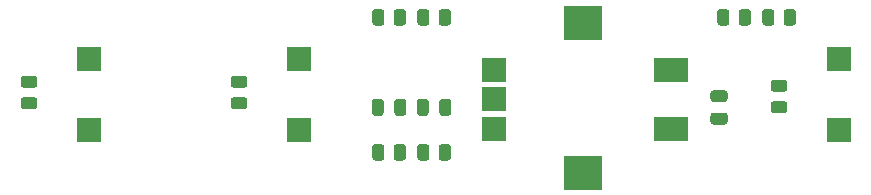
<source format=gbr>
%TF.GenerationSoftware,KiCad,Pcbnew,(5.1.12)-1*%
%TF.CreationDate,2021-12-29T18:15:49+01:00*%
%TF.ProjectId,esp32pcbheater,65737033-3270-4636-9268-65617465722e,rev?*%
%TF.SameCoordinates,Original*%
%TF.FileFunction,Paste,Top*%
%TF.FilePolarity,Positive*%
%FSLAX46Y46*%
G04 Gerber Fmt 4.6, Leading zero omitted, Abs format (unit mm)*
G04 Created by KiCad (PCBNEW (5.1.12)-1) date 2021-12-29 18:15:49*
%MOMM*%
%LPD*%
G01*
G04 APERTURE LIST*
%ADD10R,3.000000X2.000000*%
%ADD11R,3.200000X3.000000*%
%ADD12R,2.000000X2.000000*%
G04 APERTURE END LIST*
%TO.C,C1*%
G36*
G01*
X109670000Y-108425000D02*
X109670000Y-107475000D01*
G75*
G02*
X109920000Y-107225000I250000J0D01*
G01*
X110420000Y-107225000D01*
G75*
G02*
X110670000Y-107475000I0J-250000D01*
G01*
X110670000Y-108425000D01*
G75*
G02*
X110420000Y-108675000I-250000J0D01*
G01*
X109920000Y-108675000D01*
G75*
G02*
X109670000Y-108425000I0J250000D01*
G01*
G37*
G36*
G01*
X107770000Y-108425000D02*
X107770000Y-107475000D01*
G75*
G02*
X108020000Y-107225000I250000J0D01*
G01*
X108520000Y-107225000D01*
G75*
G02*
X108770000Y-107475000I0J-250000D01*
G01*
X108770000Y-108425000D01*
G75*
G02*
X108520000Y-108675000I-250000J0D01*
G01*
X108020000Y-108675000D01*
G75*
G02*
X107770000Y-108425000I0J250000D01*
G01*
G37*
%TD*%
%TO.C,C2*%
G36*
G01*
X103960000Y-108425000D02*
X103960000Y-107475000D01*
G75*
G02*
X104210000Y-107225000I250000J0D01*
G01*
X104710000Y-107225000D01*
G75*
G02*
X104960000Y-107475000I0J-250000D01*
G01*
X104960000Y-108425000D01*
G75*
G02*
X104710000Y-108675000I-250000J0D01*
G01*
X104210000Y-108675000D01*
G75*
G02*
X103960000Y-108425000I0J250000D01*
G01*
G37*
G36*
G01*
X105860000Y-108425000D02*
X105860000Y-107475000D01*
G75*
G02*
X106110000Y-107225000I250000J0D01*
G01*
X106610000Y-107225000D01*
G75*
G02*
X106860000Y-107475000I0J-250000D01*
G01*
X106860000Y-108425000D01*
G75*
G02*
X106610000Y-108675000I-250000J0D01*
G01*
X106110000Y-108675000D01*
G75*
G02*
X105860000Y-108425000I0J250000D01*
G01*
G37*
%TD*%
%TO.C,C3*%
G36*
G01*
X132875000Y-106500000D02*
X133825000Y-106500000D01*
G75*
G02*
X134075000Y-106750000I0J-250000D01*
G01*
X134075000Y-107250000D01*
G75*
G02*
X133825000Y-107500000I-250000J0D01*
G01*
X132875000Y-107500000D01*
G75*
G02*
X132625000Y-107250000I0J250000D01*
G01*
X132625000Y-106750000D01*
G75*
G02*
X132875000Y-106500000I250000J0D01*
G01*
G37*
G36*
G01*
X132875000Y-108400000D02*
X133825000Y-108400000D01*
G75*
G02*
X134075000Y-108650000I0J-250000D01*
G01*
X134075000Y-109150000D01*
G75*
G02*
X133825000Y-109400000I-250000J0D01*
G01*
X132875000Y-109400000D01*
G75*
G02*
X132625000Y-109150000I0J250000D01*
G01*
X132625000Y-108650000D01*
G75*
G02*
X132875000Y-108400000I250000J0D01*
G01*
G37*
%TD*%
%TO.C,R1*%
G36*
G01*
X75380001Y-106280000D02*
X74479999Y-106280000D01*
G75*
G02*
X74230000Y-106030001I0J249999D01*
G01*
X74230000Y-105504999D01*
G75*
G02*
X74479999Y-105255000I249999J0D01*
G01*
X75380001Y-105255000D01*
G75*
G02*
X75630000Y-105504999I0J-249999D01*
G01*
X75630000Y-106030001D01*
G75*
G02*
X75380001Y-106280000I-249999J0D01*
G01*
G37*
G36*
G01*
X75380001Y-108105000D02*
X74479999Y-108105000D01*
G75*
G02*
X74230000Y-107855001I0J249999D01*
G01*
X74230000Y-107329999D01*
G75*
G02*
X74479999Y-107080000I249999J0D01*
G01*
X75380001Y-107080000D01*
G75*
G02*
X75630000Y-107329999I0J-249999D01*
G01*
X75630000Y-107855001D01*
G75*
G02*
X75380001Y-108105000I-249999J0D01*
G01*
G37*
%TD*%
%TO.C,R2*%
G36*
G01*
X93160001Y-106280000D02*
X92259999Y-106280000D01*
G75*
G02*
X92010000Y-106030001I0J249999D01*
G01*
X92010000Y-105504999D01*
G75*
G02*
X92259999Y-105255000I249999J0D01*
G01*
X93160001Y-105255000D01*
G75*
G02*
X93410000Y-105504999I0J-249999D01*
G01*
X93410000Y-106030001D01*
G75*
G02*
X93160001Y-106280000I-249999J0D01*
G01*
G37*
G36*
G01*
X93160001Y-108105000D02*
X92259999Y-108105000D01*
G75*
G02*
X92010000Y-107855001I0J249999D01*
G01*
X92010000Y-107329999D01*
G75*
G02*
X92259999Y-107080000I249999J0D01*
G01*
X93160001Y-107080000D01*
G75*
G02*
X93410000Y-107329999I0J-249999D01*
G01*
X93410000Y-107855001D01*
G75*
G02*
X93160001Y-108105000I-249999J0D01*
G01*
G37*
%TD*%
%TO.C,R3*%
G36*
G01*
X138880001Y-108463000D02*
X137979999Y-108463000D01*
G75*
G02*
X137730000Y-108213001I0J249999D01*
G01*
X137730000Y-107687999D01*
G75*
G02*
X137979999Y-107438000I249999J0D01*
G01*
X138880001Y-107438000D01*
G75*
G02*
X139130000Y-107687999I0J-249999D01*
G01*
X139130000Y-108213001D01*
G75*
G02*
X138880001Y-108463000I-249999J0D01*
G01*
G37*
G36*
G01*
X138880001Y-106638000D02*
X137979999Y-106638000D01*
G75*
G02*
X137730000Y-106388001I0J249999D01*
G01*
X137730000Y-105862999D01*
G75*
G02*
X137979999Y-105613000I249999J0D01*
G01*
X138880001Y-105613000D01*
G75*
G02*
X139130000Y-105862999I0J-249999D01*
G01*
X139130000Y-106388001D01*
G75*
G02*
X138880001Y-106638000I-249999J0D01*
G01*
G37*
%TD*%
%TO.C,R4*%
G36*
G01*
X107795000Y-112210001D02*
X107795000Y-111309999D01*
G75*
G02*
X108044999Y-111060000I249999J0D01*
G01*
X108570001Y-111060000D01*
G75*
G02*
X108820000Y-111309999I0J-249999D01*
G01*
X108820000Y-112210001D01*
G75*
G02*
X108570001Y-112460000I-249999J0D01*
G01*
X108044999Y-112460000D01*
G75*
G02*
X107795000Y-112210001I0J249999D01*
G01*
G37*
G36*
G01*
X109620000Y-112210001D02*
X109620000Y-111309999D01*
G75*
G02*
X109869999Y-111060000I249999J0D01*
G01*
X110395001Y-111060000D01*
G75*
G02*
X110645000Y-111309999I0J-249999D01*
G01*
X110645000Y-112210001D01*
G75*
G02*
X110395001Y-112460000I-249999J0D01*
G01*
X109869999Y-112460000D01*
G75*
G02*
X109620000Y-112210001I0J249999D01*
G01*
G37*
%TD*%
%TO.C,R5*%
G36*
G01*
X107795000Y-100780001D02*
X107795000Y-99879999D01*
G75*
G02*
X108044999Y-99630000I249999J0D01*
G01*
X108570001Y-99630000D01*
G75*
G02*
X108820000Y-99879999I0J-249999D01*
G01*
X108820000Y-100780001D01*
G75*
G02*
X108570001Y-101030000I-249999J0D01*
G01*
X108044999Y-101030000D01*
G75*
G02*
X107795000Y-100780001I0J249999D01*
G01*
G37*
G36*
G01*
X109620000Y-100780001D02*
X109620000Y-99879999D01*
G75*
G02*
X109869999Y-99630000I249999J0D01*
G01*
X110395001Y-99630000D01*
G75*
G02*
X110645000Y-99879999I0J-249999D01*
G01*
X110645000Y-100780001D01*
G75*
G02*
X110395001Y-101030000I-249999J0D01*
G01*
X109869999Y-101030000D01*
G75*
G02*
X109620000Y-100780001I0J249999D01*
G01*
G37*
%TD*%
%TO.C,R6*%
G36*
G01*
X105810000Y-112210001D02*
X105810000Y-111309999D01*
G75*
G02*
X106059999Y-111060000I249999J0D01*
G01*
X106585001Y-111060000D01*
G75*
G02*
X106835000Y-111309999I0J-249999D01*
G01*
X106835000Y-112210001D01*
G75*
G02*
X106585001Y-112460000I-249999J0D01*
G01*
X106059999Y-112460000D01*
G75*
G02*
X105810000Y-112210001I0J249999D01*
G01*
G37*
G36*
G01*
X103985000Y-112210001D02*
X103985000Y-111309999D01*
G75*
G02*
X104234999Y-111060000I249999J0D01*
G01*
X104760001Y-111060000D01*
G75*
G02*
X105010000Y-111309999I0J-249999D01*
G01*
X105010000Y-112210001D01*
G75*
G02*
X104760001Y-112460000I-249999J0D01*
G01*
X104234999Y-112460000D01*
G75*
G02*
X103985000Y-112210001I0J249999D01*
G01*
G37*
%TD*%
%TO.C,R7*%
G36*
G01*
X105810000Y-100780001D02*
X105810000Y-99879999D01*
G75*
G02*
X106059999Y-99630000I249999J0D01*
G01*
X106585001Y-99630000D01*
G75*
G02*
X106835000Y-99879999I0J-249999D01*
G01*
X106835000Y-100780001D01*
G75*
G02*
X106585001Y-101030000I-249999J0D01*
G01*
X106059999Y-101030000D01*
G75*
G02*
X105810000Y-100780001I0J249999D01*
G01*
G37*
G36*
G01*
X103985000Y-100780001D02*
X103985000Y-99879999D01*
G75*
G02*
X104234999Y-99630000I249999J0D01*
G01*
X104760001Y-99630000D01*
G75*
G02*
X105010000Y-99879999I0J-249999D01*
G01*
X105010000Y-100780001D01*
G75*
G02*
X104760001Y-101030000I-249999J0D01*
G01*
X104234999Y-101030000D01*
G75*
G02*
X103985000Y-100780001I0J249999D01*
G01*
G37*
%TD*%
%TO.C,R9*%
G36*
G01*
X133195000Y-100780001D02*
X133195000Y-99879999D01*
G75*
G02*
X133444999Y-99630000I249999J0D01*
G01*
X133970001Y-99630000D01*
G75*
G02*
X134220000Y-99879999I0J-249999D01*
G01*
X134220000Y-100780001D01*
G75*
G02*
X133970001Y-101030000I-249999J0D01*
G01*
X133444999Y-101030000D01*
G75*
G02*
X133195000Y-100780001I0J249999D01*
G01*
G37*
G36*
G01*
X135020000Y-100780001D02*
X135020000Y-99879999D01*
G75*
G02*
X135269999Y-99630000I249999J0D01*
G01*
X135795001Y-99630000D01*
G75*
G02*
X136045000Y-99879999I0J-249999D01*
G01*
X136045000Y-100780001D01*
G75*
G02*
X135795001Y-101030000I-249999J0D01*
G01*
X135269999Y-101030000D01*
G75*
G02*
X135020000Y-100780001I0J249999D01*
G01*
G37*
%TD*%
%TO.C,R11*%
G36*
G01*
X138830000Y-100780001D02*
X138830000Y-99879999D01*
G75*
G02*
X139079999Y-99630000I249999J0D01*
G01*
X139605001Y-99630000D01*
G75*
G02*
X139855000Y-99879999I0J-249999D01*
G01*
X139855000Y-100780001D01*
G75*
G02*
X139605001Y-101030000I-249999J0D01*
G01*
X139079999Y-101030000D01*
G75*
G02*
X138830000Y-100780001I0J249999D01*
G01*
G37*
G36*
G01*
X137005000Y-100780001D02*
X137005000Y-99879999D01*
G75*
G02*
X137254999Y-99630000I249999J0D01*
G01*
X137780001Y-99630000D01*
G75*
G02*
X138030000Y-99879999I0J-249999D01*
G01*
X138030000Y-100780001D01*
G75*
G02*
X137780001Y-101030000I-249999J0D01*
G01*
X137254999Y-101030000D01*
G75*
G02*
X137005000Y-100780001I0J249999D01*
G01*
G37*
%TD*%
D10*
%TO.C,SW4*%
X129300000Y-109775000D03*
X129300000Y-104775000D03*
D11*
X121800000Y-113475000D03*
X121800000Y-100775000D03*
D12*
X114300000Y-109775000D03*
X114300000Y-107275000D03*
X114300000Y-104775000D03*
%TD*%
%TO.C,SW1*%
X80010000Y-109875000D03*
X80010000Y-103875000D03*
%TD*%
%TO.C,SW2*%
X97790000Y-103875000D03*
X97790000Y-109875000D03*
%TD*%
%TO.C,SW3*%
X143510000Y-109875000D03*
X143510000Y-103875000D03*
%TD*%
M02*

</source>
